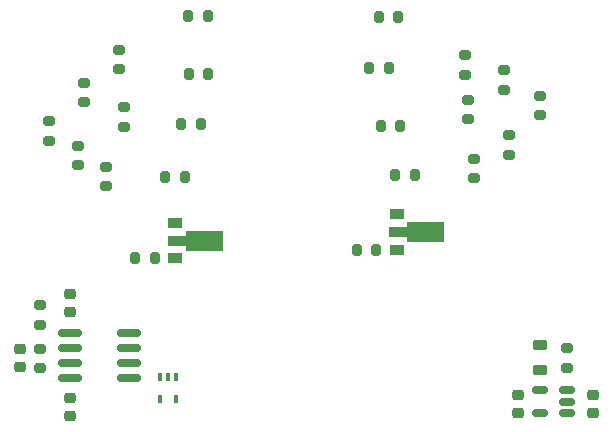
<source format=gbp>
%TF.GenerationSoftware,KiCad,Pcbnew,(6.0.0-0)*%
%TF.CreationDate,2022-07-31T01:07:44-04:00*%
%TF.ProjectId,sam-bday-21,73616d2d-6264-4617-992d-32312e6b6963,v1*%
%TF.SameCoordinates,Original*%
%TF.FileFunction,Paste,Bot*%
%TF.FilePolarity,Positive*%
%FSLAX46Y46*%
G04 Gerber Fmt 4.6, Leading zero omitted, Abs format (unit mm)*
G04 Created by KiCad (PCBNEW (6.0.0-0)) date 2022-07-31 01:07:44*
%MOMM*%
%LPD*%
G01*
G04 APERTURE LIST*
G04 Aperture macros list*
%AMRoundRect*
0 Rectangle with rounded corners*
0 $1 Rounding radius*
0 $2 $3 $4 $5 $6 $7 $8 $9 X,Y pos of 4 corners*
0 Add a 4 corners polygon primitive as box body*
4,1,4,$2,$3,$4,$5,$6,$7,$8,$9,$2,$3,0*
0 Add four circle primitives for the rounded corners*
1,1,$1+$1,$2,$3*
1,1,$1+$1,$4,$5*
1,1,$1+$1,$6,$7*
1,1,$1+$1,$8,$9*
0 Add four rect primitives between the rounded corners*
20,1,$1+$1,$2,$3,$4,$5,0*
20,1,$1+$1,$4,$5,$6,$7,0*
20,1,$1+$1,$6,$7,$8,$9,0*
20,1,$1+$1,$8,$9,$2,$3,0*%
%AMFreePoly0*
4,1,9,3.862500,-0.866500,0.737500,-0.866500,0.737500,-0.450000,-0.737500,-0.450000,-0.737500,0.450000,0.737500,0.450000,0.737500,0.866500,3.862500,0.866500,3.862500,-0.866500,3.862500,-0.866500,$1*%
G04 Aperture macros list end*
%ADD10RoundRect,0.200000X0.200000X0.275000X-0.200000X0.275000X-0.200000X-0.275000X0.200000X-0.275000X0*%
%ADD11RoundRect,0.200000X-0.275000X0.200000X-0.275000X-0.200000X0.275000X-0.200000X0.275000X0.200000X0*%
%ADD12RoundRect,0.218750X-0.381250X0.218750X-0.381250X-0.218750X0.381250X-0.218750X0.381250X0.218750X0*%
%ADD13R,1.300000X0.900000*%
%ADD14FreePoly0,0.000000*%
%ADD15RoundRect,0.225000X0.250000X-0.225000X0.250000X0.225000X-0.250000X0.225000X-0.250000X-0.225000X0*%
%ADD16RoundRect,0.225000X-0.250000X0.225000X-0.250000X-0.225000X0.250000X-0.225000X0.250000X0.225000X0*%
%ADD17RoundRect,0.200000X-0.200000X-0.275000X0.200000X-0.275000X0.200000X0.275000X-0.200000X0.275000X0*%
%ADD18R,0.400000X0.650000*%
%ADD19RoundRect,0.150000X0.825000X0.150000X-0.825000X0.150000X-0.825000X-0.150000X0.825000X-0.150000X0*%
%ADD20RoundRect,0.150000X0.512500X0.150000X-0.512500X0.150000X-0.512500X-0.150000X0.512500X-0.150000X0*%
G04 APERTURE END LIST*
D10*
%TO.C,R17*%
X145885400Y-77444600D03*
X147535400Y-77444600D03*
%TD*%
D11*
%TO.C,R20*%
X115836400Y-90080600D03*
X115836400Y-88430600D03*
%TD*%
D12*
%TO.C,L1*%
X158154387Y-93953719D03*
X158154387Y-91828719D03*
%TD*%
D11*
%TO.C,R15*%
X152552400Y-77673200D03*
X152552400Y-76023200D03*
%TD*%
D13*
%TO.C,Q2*%
X146025600Y-80719800D03*
D14*
X146113100Y-82219800D03*
D13*
X146025600Y-83719800D03*
%TD*%
D11*
%TO.C,R11*%
X151993600Y-72668400D03*
X151993600Y-71018400D03*
%TD*%
D10*
%TO.C,R19*%
X144666200Y-73279000D03*
X146316200Y-73279000D03*
%TD*%
D15*
%TO.C,C2*%
X156286200Y-95999000D03*
X156286200Y-97549000D03*
%TD*%
D16*
%TO.C,C4*%
X118351000Y-97841400D03*
X118351000Y-96291400D03*
%TD*%
D15*
%TO.C,C3*%
X114122200Y-92138400D03*
X114122200Y-93688400D03*
%TD*%
%TO.C,C5*%
X118351000Y-87451600D03*
X118351000Y-89001600D03*
%TD*%
D17*
%TO.C,R13*%
X144252600Y-83718400D03*
X142602600Y-83718400D03*
%TD*%
D15*
%TO.C,C1*%
X162599387Y-96011119D03*
X162599387Y-97561119D03*
%TD*%
D18*
%TO.C,U3*%
X125994400Y-96403200D03*
X127294400Y-96403200D03*
X127294400Y-94503200D03*
X126644400Y-94503200D03*
X125994400Y-94503200D03*
%TD*%
D11*
%TO.C,R4*%
X155473400Y-75678800D03*
X155473400Y-74028800D03*
%TD*%
%TO.C,R21*%
X115824000Y-93751400D03*
X115824000Y-92101400D03*
%TD*%
%TO.C,R7*%
X155041600Y-70180200D03*
X155041600Y-68530200D03*
%TD*%
%TO.C,R5*%
X160440387Y-93711919D03*
X160440387Y-92061919D03*
%TD*%
%TO.C,R2*%
X158115000Y-72351400D03*
X158115000Y-70701400D03*
%TD*%
%TO.C,R9*%
X151765000Y-68922400D03*
X151765000Y-67272400D03*
%TD*%
D10*
%TO.C,R25*%
X144488400Y-64058800D03*
X146138400Y-64058800D03*
%TD*%
%TO.C,R23*%
X143662400Y-68376800D03*
X145312400Y-68376800D03*
%TD*%
D19*
%TO.C,U2*%
X118351000Y-90779600D03*
X118351000Y-92049600D03*
X118351000Y-93319600D03*
X118351000Y-94589600D03*
X123301000Y-94589600D03*
X123301000Y-93319600D03*
X123301000Y-92049600D03*
X123301000Y-90779600D03*
%TD*%
D20*
%TO.C,U1*%
X158159887Y-95645319D03*
X158159887Y-97545319D03*
X160434887Y-97545319D03*
X160434887Y-96595319D03*
X160434887Y-95645319D03*
%TD*%
D11*
%TO.C,R14*%
X121424700Y-78358500D03*
X121424700Y-76708500D03*
%TD*%
%TO.C,R10*%
X122872500Y-73329300D03*
X122872500Y-71679300D03*
%TD*%
D17*
%TO.C,R12*%
X125500900Y-84467700D03*
X123850900Y-84467700D03*
%TD*%
D11*
%TO.C,R6*%
X119037100Y-76567300D03*
X119037100Y-74917300D03*
%TD*%
D17*
%TO.C,R24*%
X128053100Y-77533500D03*
X126403100Y-77533500D03*
%TD*%
%TO.C,R22*%
X129412500Y-73113900D03*
X127762500Y-73113900D03*
%TD*%
D11*
%TO.C,R3*%
X119545100Y-71258700D03*
X119545100Y-69608700D03*
%TD*%
D13*
%TO.C,Q1*%
X127267700Y-81469100D03*
D14*
X127355200Y-82969100D03*
D13*
X127267700Y-84469100D03*
%TD*%
D11*
%TO.C,R8*%
X122491500Y-66789300D03*
X122491500Y-68439300D03*
%TD*%
D17*
%TO.C,R16*%
X130009900Y-63944500D03*
X128359900Y-63944500D03*
%TD*%
%TO.C,R18*%
X130060700Y-68846700D03*
X128410700Y-68846700D03*
%TD*%
D11*
%TO.C,R1*%
X116522500Y-74497700D03*
X116522500Y-72847700D03*
%TD*%
M02*

</source>
